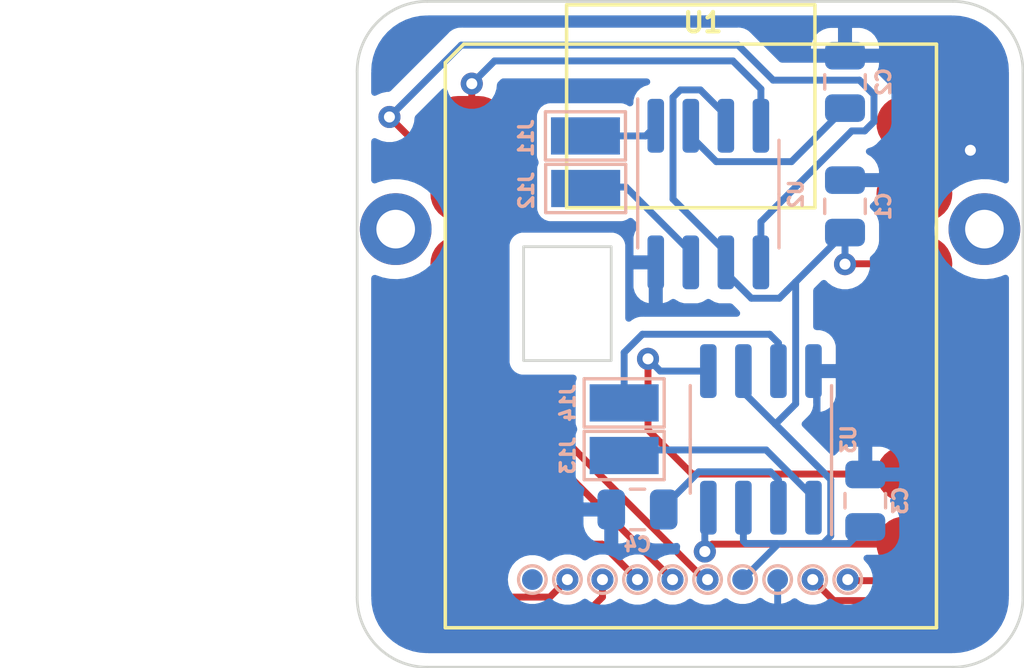
<source format=kicad_pcb>
(kicad_pcb (version 20211014) (generator pcbnew)
  (layers (0 "F.Cu" signal) (31 "B.Cu" signal) (34 "B.Paste" user) (35 "F.Paste" user) (36 "B.SilkS" user "B.Silkscreen") (37 "F.SilkS" user "F.Silkscreen") (38 "B.Mask" user) (39 "F.Mask" user) (44 "Edge.Cuts" user))
  (net 0 "")
  (net 1 "GND")
  (net 2 "VCC")
  (net 3 "Net-(C2-Pad2)")
  (net 4 "Net-(C4-Pad2)")
  (net 5 "Net-(J11-Pad1)")
  (net 6 "D0")
  (net 7 "D1")
  (net 9 "Net-(J12-Pad1)")
  (net 10 "Net-(J13-Pad1)")
  (net 11 "Net-(J14-Pad1)")
  (net 12 "D9")
  (net 13 "D10")
  (net 14 "D7")
  (net 15 "D8")
  (net 16 "D2")
  (net 17 "D3")
  (net 18 "SDA")
  (net 19 "SCL")
  (net 20 "D6")
  (footprint "MountingHole:MountingHole_2.2mm_M2_DIN965_Pad" (layer "F.Cu") (at 128.397 84.45325)
    (fp_text reference "REF**" hide)
    (fp_text value "MountingHole_2.2mm_M2_DIN965_Pad")
    (pad "1" thru_hole circle (at 0 0) (size 2.6 2.6) (drill 1.4) (layers *.Cu *.Mask))
  )
  (footprint "XIAO ESP32:MOUDLE14P-SMD-2.54-21X17.8MM" (layer "F.Cu") (at 130.195 98.74925)
    (fp_text reference "U1" (at 9.3345 -21.7805) (layer "F.SilkS") (effects (font (size 0.7 0.7))))
    (fp_text value "MOUDLE-SEEEDUINO-XIAO-ESP32S3")
    (fp_line (start 0 -20.3285) (end 0 0.15) (layer "F.SilkS") (width 0.127))
    (fp_line (start 0.671541 -21) (end 0 -20.3285) (layer "F.SilkS") (width 0.127))
    (fp_line (start 17.8 -21) (end 0.671541 -21) (layer "F.SilkS") (width 0.127))
    (fp_line (start 4.4 -22.424) (end 13.395 -22.424) (layer "F.SilkS") (width 0.127))
    (fp_line (start 4.396 -15.072) (end 4.396 -22.425) (layer "F.SilkS") (width 0.127))
    (fp_line (start 17.8 0.15) (end 17.8 -21) (layer "F.SilkS") (width 0.127))
    (fp_line (start 13.395 -15.072) (end 4.396 -15.072) (layer "F.SilkS") (width 0.127))
    (fp_line (start 13.395 -22.424) (end 13.395 -15.072) (layer "F.SilkS") (width 0.127))
    (fp_line (start 0 0.15) (end 17.8 0.15) (layer "F.SilkS") (width 0.127))
    (pad "1" smd roundrect (at 0.835 -18.12) (size 2.75 2) (layers "F.Cu" "F.Paste" "F.Mask") (roundrect_rratio 0.5) (net 6 "D0"))
    (pad "2" smd roundrect (at 0.835 -15.58) (size 2.75 2) (layers "F.Cu" "F.Paste" "F.Mask") (roundrect_rratio 0.5) (net 7 "D1"))
    (pad "3" smd roundrect (at 0.835 -13.04) (size 2.75 2) (layers "F.Cu" "F.Paste" "F.Mask") (roundrect_rratio 0.5) (net 16 "D2"))
    (pad "4" smd roundrect (at 0.835 -10.5) (size 2.75 2) (layers "F.Cu" "F.Paste" "F.Mask") (roundrect_rratio 0.5) (net 17 "D3"))
    (pad "5" smd roundrect (at 0.835 -7.96) (size 2.75 2) (layers "F.Cu" "F.Paste" "F.Mask") (roundrect_rratio 0.5) (net 18 "SDA"))
    (pad "6" smd roundrect (at 0.835 -5.42) (size 2.75 2) (layers "F.Cu" "F.Paste" "F.Mask") (roundrect_rratio 0.5) (net 19 "SCL"))
    (pad "7" smd roundrect (at 0.835 -2.88) (size 2.75 2) (layers "F.Cu" "F.Paste" "F.Mask") (roundrect_rratio 0.5) (net 20 "D6"))
    (pad "8" smd roundrect (at 17 -2.88) (size 2.75 2) (layers "F.Cu" "F.Paste" "F.Mask") (roundrect_rratio 0.5) (net 14 "D7"))
    (pad "9" smd roundrect (at 17 -5.42) (size 2.75 2) (layers "F.Cu" "F.Paste" "F.Mask") (roundrect_rratio 0.5) (net 15 "D8"))
    (pad "10" smd roundrect (at 17 -7.96) (size 2.75 2) (layers "F.Cu" "F.Paste" "F.Mask") (roundrect_rratio 0.5) (net 12 "D9"))
    (pad "11" smd roundrect (at 17 -10.5) (size 2.75 2) (layers "F.Cu" "F.Paste" "F.Mask") (roundrect_rratio 0.5) (net 13 "D10"))
    (pad "12" smd roundrect (at 17 -13.04) (size 2.75 2) (layers "F.Cu" "F.Paste" "F.Mask") (roundrect_rratio 0.5) (net 2 "VCC"))
    (pad "13" smd roundrect (at 17 -15.58) (size 2.75 2) (layers "F.Cu" "F.Paste" "F.Mask") (roundrect_rratio 0.5) (net 1 "GND"))
    (pad "14" smd roundrect (at 17 -18.12) (size 2.75 2) (layers "F.Cu" "F.Paste" "F.Mask") (roundrect_rratio 0.5))
  )
  (footprint "" (layer "F.Cu") (at 149.733 84.45325)
    (fp_text reference "" (at 0 0) (layer "F.SilkS") (effects (font (size 1.27 1.27))))
    (fp_text value "" (at 0 0) (layer "F.SilkS") (effects (font (size 1.27 1.27))))
    (pad "1" thru_hole circle (at 0 0) (size 2.6 2.6) (drill 1.4) (layers F&B.Cu *.Mask))
  )
  (footprint "TestPoint:TestPoint_Pad_1.5x1.5mm" (layer "B.Cu") (at 134.7745 81.15125 -90)
    (fp_text reference "J11" (at 0 1.65 -270) (layer "B.SilkS") (effects (font (size 0.5 0.5) (thickness 0.125)) (justify mirror)))
    (fp_text value "Conn_01x01")
    (fp_line (start 0.8 0.95) (end 0.8 -1.95) (layer "B.SilkS") (width 0.12))
    (fp_line (start -0.95 0.95) (end 0.8 0.95) (layer "B.SilkS") (width 0.12))
    (fp_line (start -0.95 -1.95) (end -0.95 0.95) (layer "B.SilkS") (width 0.12))
    (fp_line (start 0.8 -1.95) (end -0.95 -1.95) (layer "B.SilkS") (width 0.12))
    (pad "1" smd rect (at -0.075 -0.5 270) (size 1.35 2.5) (layers "B.Cu" "B.Mask") (net 5 "Net-(J11-Pad1)"))
  )
  (footprint "XIAO ESP32:TestPoint_Pad_D0.75mm" (layer "B.Cu") (at 140.97 97.15325)
    (fp_text reference "J9" hide)
    (fp_text value "Conn_01x01")
    (fp_circle (center 0 0) (end 0.5 0) (layer "B.SilkS") (width 0.12) (fill none))
    (pad "1" smd circle (at 0 0) (size 0.75 0.75) (layers "B.Cu" "B.Mask") (net 2 "VCC"))
  )
  (footprint "XIAO ESP32:TestPoint_Pad_D0.75mm" (layer "B.Cu") (at 133.35 97.15325)
    (fp_text reference "J2" hide)
    (fp_text value "Conn_01x01")
    (fp_circle (center 0 0) (end 0.5 0) (layer "B.SilkS") (width 0.12) (fill none))
    (pad "1" smd circle (at 0 0) (size 0.75 0.75) (layers "B.Cu" "B.Mask"))
  )
  (footprint "XIAO ESP32:TestPoint_Pad_D0.75mm" (layer "B.Cu") (at 139.7 97.15325)
    (fp_text reference "J4" hide)
    (fp_text value "Conn_01x01")
    (fp_circle (center 0 0) (end 0.5 0) (layer "B.SilkS") (width 0.12) (fill none))
    (pad "1" smd circle (at 0 0) (size 0.75 0.75) (layers "B.Cu" "B.Mask") (net 18 "SDA"))
  )
  (footprint "XIAO ESP32:TestPoint_Pad_D0.75mm" (layer "B.Cu") (at 142.24 97.15325)
    (fp_text reference "J10" hide)
    (fp_text value "Conn_01x01")
    (fp_circle (center 0 0) (end 0.5 0) (layer "B.SilkS") (width 0.12) (fill none))
    (pad "1" smd circle (at 0 0) (size 0.75 0.75) (layers "B.Cu" "B.Mask") (net 1 "GND"))
  )
  (footprint "TestPoint:TestPoint_Pad_1.5x1.5mm" (layer "B.Cu") (at 134.7825 83.05625 -90)
    (fp_text reference "J12" (at 0 1.648 -270) (layer "B.SilkS") (effects (font (size 0.5 0.5) (thickness 0.125)) (justify mirror)))
    (fp_text value "Conn_01x01")
    (fp_line (start -0.95 0.95) (end 0.8 0.95) (layer "B.SilkS") (width 0.12))
    (fp_line (start 0.8 -1.95) (end -0.95 -1.95) (layer "B.SilkS") (width 0.12))
    (fp_line (start 0.8 0.95) (end 0.8 -1.95) (layer "B.SilkS") (width 0.12))
    (fp_line (start -0.95 -1.95) (end -0.95 0.95) (layer "B.SilkS") (width 0.12))
    (pad "1" smd rect (at -0.075 -0.5 270) (size 1.35 2.5) (layers "B.Cu" "B.Mask") (net 9 "Net-(J12-Pad1)"))
  )
  (footprint "Capacitor_SMD:C_0805_2012Metric" (layer "B.Cu") (at 144.6805 83.62775 -90)
    (fp_text reference "C1" (at 0 -1.397 90) (layer "B.SilkS") (effects (font (size 0.5 0.5) (thickness 0.125)) (justify mirror)))
    (fp_text value "1u")
    (fp_line (start -0.261252 -0.735) (end 0.261252 -0.735) (layer "B.SilkS") (width 0.12))
    (fp_line (start -0.261252 0.735) (end 0.261252 0.735) (layer "B.SilkS") (width 0.12))
    (pad "1" smd roundrect (at -0.95 0 270) (size 1 1.45) (layers "B.Cu" "B.Paste" "B.Mask") (net 1 "GND"))
    (pad "2" smd roundrect (at 0.95 0 270) (size 1 1.45) (layers "B.Cu" "B.Paste" "B.Mask") (net 2 "VCC"))
  )
  (footprint "XIAO ESP32:TestPoint_Pad_D0.75mm" (layer "B.Cu") (at 138.43 97.15325)
    (fp_text reference "J5" hide)
    (fp_text value "Conn_01x01")
    (fp_circle (center 0 0) (end 0.5 0) (layer "B.SilkS") (width 0.12) (fill none))
    (pad "1" smd circle (at 0 0) (size 0.75 0.75) (layers "B.Cu" "B.Mask") (net 19 "SCL"))
  )
  (footprint "TestPoint:TestPoint_Pad_1.5x1.5mm" (layer "B.Cu") (at 137.177 90.67625 90)
    (fp_text reference "J14" (at -0.075 -2.54 90) (layer "B.SilkS") (effects (font (size 0.5 0.5) (thickness 0.125)) (justify mirror)))
    (fp_text value "Conn_01x01")
    (fp_line (start -0.95 0.95) (end 0.8 0.95) (layer "B.SilkS") (width 0.12))
    (fp_line (start 0.8 -1.95) (end -0.95 -1.95) (layer "B.SilkS") (width 0.12))
    (fp_line (start 0.8 0.95) (end 0.8 -1.95) (layer "B.SilkS") (width 0.12))
    (fp_line (start -0.95 -1.95) (end -0.95 0.95) (layer "B.SilkS") (width 0.12))
    (pad "1" smd rect (at -0.075 -0.5 90) (size 1.35 2.5) (layers "B.Cu" "B.Mask") (net 11 "Net-(J14-Pad1)"))
  )
  (footprint "Capacitor_SMD:C_0805_2012Metric" (layer "B.Cu") (at 137.16 94.61325)
    (fp_text reference "C4" (at 0 1.27) (layer "B.SilkS") (effects (font (size 0.5 0.5) (thickness 0.125)) (justify mirror)))
    (fp_text value "100n")
    (fp_line (start -0.261252 -0.735) (end 0.261252 -0.735) (layer "B.SilkS") (width 0.12))
    (fp_line (start -0.261252 0.735) (end 0.261252 0.735) (layer "B.SilkS") (width 0.12))
    (pad "1" smd roundrect (at -0.95 0) (size 1 1.45) (layers "B.Cu" "B.Paste" "B.Mask") (net 1 "GND"))
    (pad "2" smd roundrect (at 0.95 0) (size 1 1.45) (layers "B.Cu" "B.Paste" "B.Mask") (net 4 "Net-(C4-Pad2)"))
  )
  (footprint "Capacitor_SMD:C_0805_2012Metric" (layer "B.Cu") (at 144.6805 79.11925 -90)
    (fp_text reference "C2" (at 0 -1.397 90) (layer "B.SilkS") (effects (font (size 0.5 0.5) (thickness 0.125)) (justify mirror)))
    (fp_text value "100n")
    (fp_line (start -0.261252 0.735) (end 0.261252 0.735) (layer "B.SilkS") (width 0.12))
    (fp_line (start -0.261252 -0.735) (end 0.261252 -0.735) (layer "B.SilkS") (width 0.12))
    (pad "1" smd roundrect (at -0.95 0 270) (size 1 1.45) (layers "B.Cu" "B.Paste" "B.Mask") (net 1 "GND"))
    (pad "2" smd roundrect (at 0.95 0 270) (size 1 1.45) (layers "B.Cu" "B.Paste" "B.Mask") (net 3 "Net-(C2-Pad2)"))
  )
  (footprint "XIAO ESP32:TestPoint_Pad_D0.75mm" (layer "B.Cu") (at 135.89 97.15325)
    (fp_text reference "J2" hide)
    (fp_text value "Conn_01x01")
    (fp_circle (center 0 0) (end 0.5 0) (layer "B.SilkS") (width 0.12) (fill none))
    (pad "1" smd circle (at 0 0) (size 0.75 0.75) (layers "B.Cu" "B.Mask") (net 16 "D2"))
  )
  (footprint "TestPoint:TestPoint_Pad_1.5x1.5mm" (layer "B.Cu") (at 137.177 92.583 90)
    (fp_text reference "J13" (at -0.075 -2.54 90) (layer "B.SilkS") (effects (font (size 0.5 0.5) (thickness 0.125)) (justify mirror)))
    (fp_text value "Conn_01x01")
    (fp_line (start -0.95 -1.95) (end -0.95 0.95) (layer "B.SilkS") (width 0.12))
    (fp_line (start -0.95 0.95) (end 0.8 0.95) (layer "B.SilkS") (width 0.12))
    (fp_line (start 0.8 0.95) (end 0.8 -1.95) (layer "B.SilkS") (width 0.12))
    (fp_line (start 0.8 -1.95) (end -0.95 -1.95) (layer "B.SilkS") (width 0.12))
    (pad "1" smd rect (at -0.075 -0.5 90) (size 1.35 2.5) (layers "B.Cu" "B.Mask") (net 10 "Net-(J13-Pad1)"))
  )
  (footprint "Package_SO:SOIC-8_3.9x4.9mm_P1.27mm" (layer "B.Cu") (at 141.6325 92.07325 90)
    (fp_text reference "U3" (at 0 3.175 90) (layer "B.SilkS") (effects (font (size 0.5 0.5) (thickness 0.125)) (justify mirror)))
    (fp_text value "ZXBM5210-S")
    (fp_line (start 0 -2.56) (end 1.95 -2.56) (layer "B.SilkS") (width 0.12))
    (fp_line (start 0 2.56) (end -3.45 2.56) (layer "B.SilkS") (width 0.12))
    (fp_line (start 0 -2.56) (end -1.95 -2.56) (layer "B.SilkS") (width 0.12))
    (fp_line (start 0 2.56) (end 1.95 2.56) (layer "B.SilkS") (width 0.12))
    (pad "1" smd roundrect (at -2.475 1.905 90) (size 1.95 0.6) (layers "B.Cu" "B.Paste" "B.Mask") (net 10 "Net-(J13-Pad1)"))
    (pad "2" smd roundrect (at -2.475 0.635 90) (size 1.95 0.6) (layers "B.Cu" "B.Paste" "B.Mask") (net 4 "Net-(C4-Pad2)"))
    (pad "3" smd roundrect (at -2.475 -0.635 90) (size 1.95 0.6) (layers "B.Cu" "B.Paste" "B.Mask") (net 2 "VCC"))
    (pad "4" smd roundrect (at -2.475 -1.905 90) (size 1.95 0.6) (layers "B.Cu" "B.Paste" "B.Mask") (net 14 "D7"))
    (pad "5" smd roundrect (at 2.475 -1.905 90) (size 1.95 0.6) (layers "B.Cu" "B.Paste" "B.Mask") (net 15 "D8"))
    (pad "6" smd roundrect (at 2.475 -0.635 90) (size 1.95 0.6) (layers "B.Cu" "B.Paste" "B.Mask") (net 2 "VCC"))
    (pad "7" smd roundrect (at 2.475 0.635 90) (size 1.95 0.6) (layers "B.Cu" "B.Paste" "B.Mask") (net 11 "Net-(J14-Pad1)"))
    (pad "8" smd roundrect (at 2.475 1.905 90) (size 1.95 0.6) (layers "B.Cu" "B.Paste" "B.Mask") (net 1 "GND"))
  )
  (footprint "Package_SO:SOIC-8_3.9x4.9mm_P1.27mm" (layer "B.Cu") (at 139.7275 83.18325 -90)
    (fp_text reference "U2" (at 0 -3.175 90) (layer "B.SilkS") (effects (font (size 0.5 0.5) (thickness 0.125)) (justify mirror)))
    (fp_text value "ZXBM5210-S")
    (fp_line (start 0 2.56) (end -3.45 2.56) (layer "B.SilkS") (width 0.12))
    (fp_line (start 0 -2.56) (end -1.95 -2.56) (layer "B.SilkS") (width 0.12))
    (fp_line (start 0 2.56) (end 1.95 2.56) (layer "B.SilkS") (width 0.12))
    (fp_line (start 0 -2.56) (end 1.95 -2.56) (layer "B.SilkS") (width 0.12))
    (pad "1" smd roundrect (at -2.475 1.905 270) (size 1.95 0.6) (layers "B.Cu" "B.Paste" "B.Mask") (net 5 "Net-(J11-Pad1)"))
    (pad "2" smd roundrect (at -2.475 0.635 270) (size 1.95 0.6) (layers "B.Cu" "B.Paste" "B.Mask") (net 3 "Net-(C2-Pad2)"))
    (pad "3" smd roundrect (at -2.475 -0.635 270) (size 1.95 0.6) (layers "B.Cu" "B.Paste" "B.Mask") (net 2 "VCC"))
    (pad "4" smd roundrect (at -2.475 -1.905 270) (size 1.95 0.6) (layers "B.Cu" "B.Paste" "B.Mask") (net 6 "D0"))
    (pad "5" smd roundrect (at 2.475 -1.905 270) (size 1.95 0.6) (layers "B.Cu" "B.Paste" "B.Mask") (net 7 "D1"))
    (pad "6" smd roundrect (at 2.475 -0.635 270) (size 1.95 0.6) (layers "B.Cu" "B.Paste" "B.Mask") (net 2 "VCC"))
    (pad "7" smd roundrect (at 2.475 0.635 270) (size 1.95 0.6) (layers "B.Cu" "B.Paste" "B.Mask") (net 9 "Net-(J12-Pad1)"))
    (pad "8" smd roundrect (at 2.475 1.905 270) (size 1.95 0.6) (layers "B.Cu" "B.Paste" "B.Mask") (net 1 "GND"))
  )
  (footprint "XIAO ESP32:TestPoint_Pad_D0.75mm" (layer "B.Cu") (at 134.62 97.15325)
    (fp_text reference "J3" hide)
    (fp_text value "Conn_01x01")
    (fp_circle (center 0 0) (end 0.5 0) (layer "B.SilkS") (width 0.12) (fill none))
    (pad "1" smd circle (at 0 0) (size 0.75 0.75) (layers "B.Cu" "B.Mask") (net 17 "D3"))
  )
  (footprint "XIAO ESP32:TestPoint_Pad_D0.75mm" (layer "B.Cu") (at 143.51 97.15325)
    (fp_text reference "J8" hide)
    (fp_text value "Conn_01x01")
    (fp_circle (center 0 0) (end 0.5 0) (layer "B.SilkS") (width 0.12) (fill none))
    (pad "1" smd circle (at 0 0) (size 0.75 0.75) (layers "B.Cu" "B.Mask") (net 13 "D10"))
  )
  (footprint "Capacitor_SMD:C_0805_2012Metric" (layer "B.Cu") (at 145.415 94.29575 -90)
    (fp_text reference "C3" (at 0 -1.27 -270) (layer "B.SilkS") (effects (font (size 0.5 0.5) (thickness 0.125)) (justify mirror)))
    (fp_text value "1u")
    (fp_line (start -0.261252 0.735) (end 0.261252 0.735) (layer "B.SilkS") (width 0.12))
    (fp_line (start -0.261252 -0.735) (end 0.261252 -0.735) (layer "B.SilkS") (width 0.12))
    (pad "1" smd roundrect (at -0.95 0 270) (size 1 1.45) (layers "B.Cu" "B.Paste" "B.Mask") (net 1 "GND"))
    (pad "2" smd roundrect (at 0.95 0 270) (size 1 1.45) (layers "B.Cu" "B.Paste" "B.Mask") (net 2 "VCC"))
  )
  (footprint "XIAO ESP32:TestPoint_Pad_D0.75mm" (layer "B.Cu") (at 144.78 97.15325)
    (fp_text reference "J7" hide)
    (fp_text value "Conn_01x01")
    (fp_circle (center 0 0) (end 0.5 0) (layer "B.SilkS") (width 0.12) (fill none))
    (pad "1" smd circle (at 0 0) (size 0.75 0.75) (layers "B.Cu" "B.Mask") (net 12 "D9"))
  )
  (footprint "XIAO ESP32:TestPoint_Pad_D0.75mm" (layer "B.Cu") (at 137.16 97.15325)
    (fp_text reference "J6" hide)
    (fp_text value "Conn_01x01")
    (fp_circle (center 0 0) (end 0.5 0) (layer "B.SilkS") (width 0.12) (fill none))
    (pad "1" smd circle (at 0 0) (size 0.75 0.75) (layers "B.Cu" "B.Mask") (net 20 "D6"))
  )
  (gr_line (start 127 97.79) (end 127 78.74) (layer "Edge.Cuts") (width 0.1))
  (gr_arc (start 148.59 76.2) (mid 150.386051 76.943949) (end 151.13 78.74) (layer "Edge.Cuts") (width 0.1))
  (gr_arc (start 129.54 100.33) (mid 127.743949 99.586051) (end 127 97.79) (layer "Edge.Cuts") (width 0.1))
  (gr_rect (start 136.2075 85.09) (end 133.0325 89.2175) (layer "Edge.Cuts") (width 0.1) (fill none))
  (gr_line (start 151.13 78.74) (end 151.13 97.79) (layer "Edge.Cuts") (width 0.1))
  (gr_line (start 148.59 100.33) (end 129.54 100.33) (layer "Edge.Cuts") (width 0.1))
  (gr_arc (start 127 78.74) (mid 127.743949 76.943949) (end 129.54 76.2) (layer "Edge.Cuts") (width 0.1))
  (gr_line (start 129.54 76.2) (end 148.59 76.2) (layer "Edge.Cuts") (width 0.1))
  (gr_arc (start 151.13 97.79) (mid 150.386051 99.586051) (end 148.59 100.33) (layer "Edge.Cuts") (width 0.1))
  (segment (start 147.6515 83.16925) (end 147.195 83.16925) (width 0.25) (layer "F.Cu") (net 1))
  (segment (start 149.225 81.59575) (end 147.6515 83.16925) (width 0.25) (layer "F.Cu") (net 1))
  (via (at 149.225 81.59575) (size 0.8) (drill 0.4) (layers "F.Cu" "B.Cu") (net 1))
  (segment (start 142.24 98.425) (end 142.367 98.552) (width 0.25) (layer "B.Cu") (net 1))
  (segment (start 142.24 97.15325) (end 142.24 98.425) (width 0.25) (layer "B.Cu") (net 1))
  (segment (start 144.6945 85.70925) (end 144.6805 85.72325) (width 0.25) (layer "F.Cu") (net 2))
  (segment (start 147.195 85.70925) (end 144.6945 85.70925) (width 0.25) (layer "F.Cu") (net 2))
  (via (at 144.6805 85.72325) (size 0.8) (drill 0.4) (layers "F.Cu" "B.Cu") (net 2))
  (segment (start 144.8125 95.84825) (end 145.415 95.24575) (width 0.25) (layer "B.Cu") (net 2))
  (segment (start 138.4475 79.67325) (end 138.4475 83.366499) (width 0.25) (layer "B.Cu") (net 2))
  (segment (start 142.157125 91.521125) (end 142.8925 90.78575) (width 0.25) (layer "B.Cu") (net 2))
  (segment (start 142.24 95.88325) (end 140.97 97.15325) (width 0.25) (layer "B.Cu") (net 2))
  (segment (start 142.205 95.84825) (end 142.24 95.88325) (width 0.25) (layer "B.Cu") (net 2))
  (segment (start 139.439251 79.40825) (end 138.7125 79.40825) (width 0.25) (layer "B.Cu") (net 2))
  (segment (start 140.3625 85.21525) (end 140.3625 85.65825) (width 0.25) (layer "B.Cu") (net 2))
  (segment (start 143.884251 95.84825) (end 144.8125 95.84825) (width 0.25) (layer "B.Cu") (net 2))
  (segment (start 141.285749 86.95825) (end 142.3 86.95825) (width 0.25) (layer "B.Cu") (net 2))
  (segment (start 141.0895 95.84825) (end 140.9975 95.75625) (width 0.25) (layer "B.Cu") (net 2))
  (segment (start 140.3625 85.281499) (end 140.3625 85.65825) (width 0.25) (layer "B.Cu") (net 2))
  (segment (start 142.8925 86.37575) (end 142.8875 86.37075) (width 0.25) (layer "B.Cu") (net 2))
  (segment (start 140.3625 86.035001) (end 141.285749 86.95825) (width 0.25) (layer "B.Cu") (net 2))
  (segment (start 144.1625 93.526499) (end 144.1625 95.570001) (width 0.25) (layer "B.Cu") (net 2))
  (segment (start 142.8875 86.37075) (end 144.6805 84.57775) (width 0.25) (layer "B.Cu") (net 2))
  (segment (start 142.8925 90.78575) (end 142.8925 86.37575) (width 0.25) (layer "B.Cu") (net 2))
  (segment (start 140.9975 89.59825) (end 140.9975 89.221499) (width 0.25) (layer "B.Cu") (net 2))
  (segment (start 144.6805 85.72325) (end 144.6805 84.57775) (width 0.25) (layer "B.Cu") (net 2))
  (segment (start 138.7125 79.40825) (end 138.4475 79.67325) (width 0.25) (layer "B.Cu") (net 2))
  (segment (start 140.9975 89.59825) (end 140.9975 90.3615) (width 0.25) (layer "B.Cu") (net 2))
  (segment (start 144.1625 95.570001) (end 143.884251 95.84825) (width 0.25) (layer "B.Cu") (net 2))
  (segment (start 143.884251 95.84825) (end 141.0895 95.84825) (width 0.25) (layer "B.Cu") (net 2))
  (segment (start 140.9975 95.75625) (end 140.9975 94.54825) (width 0.25) (layer "B.Cu") (net 2))
  (segment (start 141.0895 95.84825) (end 142.205 95.84825) (width 0.25) (layer "B.Cu") (net 2))
  (segment (start 142.157125 91.521125) (end 144.1625 93.526499) (width 0.25) (layer "B.Cu") (net 2))
  (segment (start 140.3625 80.331499) (end 139.439251 79.40825) (width 0.25) (layer "B.Cu") (net 2))
  (segment (start 142.3 86.95825) (end 142.57 86.68825) (width 0.25) (layer "B.Cu") (net 2))
  (segment (start 140.9975 90.3615) (end 142.157125 91.521125) (width 0.25) (layer "B.Cu") (net 2))
  (segment (start 138.4475 83.366499) (end 140.3625 85.281499) (width 0.25) (layer "B.Cu") (net 2))
  (segment (start 140.3625 85.65825) (end 140.3625 86.035001) (width 0.25) (layer "B.Cu") (net 2))
  (segment (start 142.57 86.68825) (end 142.8875 86.37075) (width 0.25) (layer "B.Cu") (net 2))
  (segment (start 140.3625 80.70825) (end 140.3625 80.331499) (width 0.25) (layer "B.Cu") (net 2))
  (segment (start 139.0925 80.70825) (end 139.0925 81.085001) (width 0.25) (layer "B.Cu") (net 3))
  (segment (start 142.7415 82.00825) (end 144.6805 80.06925) (width 0.25) (layer "B.Cu") (net 3))
  (segment (start 139.0925 81.085001) (end 140.015749 82.00825) (width 0.25) (layer "B.Cu") (net 3))
  (segment (start 140.015749 82.00825) (end 142.7415 82.00825) (width 0.25) (layer "B.Cu") (net 3))
  (segment (start 141.977855 93.24825) (end 142.2675 93.537895) (width 0.25) (layer "B.Cu") (net 4))
  (segment (start 142.2675 93.537895) (end 142.2675 94.54825) (width 0.25) (layer "B.Cu") (net 4))
  (segment (start 139.380749 93.24825) (end 141.977855 93.24825) (width 0.25) (layer "B.Cu") (net 4))
  (segment (start 138.203749 94.42525) (end 139.380749 93.24825) (width 0.25) (layer "B.Cu") (net 4))
  (segment (start 135.2745 81.07625) (end 137.4545 81.07625) (width 0.25) (layer "B.Cu") (net 5))
  (segment (start 137.4545 81.07625) (end 137.8225 80.70825) (width 0.25) (layer "B.Cu") (net 5))
  (segment (start 131.155 80.50425) (end 131.03 80.62925) (width 0.25) (layer "F.Cu") (net 6))
  (segment (start 131.155 79.18275) (end 131.155 80.50425) (width 0.25) (layer "F.Cu") (net 6))
  (via (at 131.155 79.18275) (size 0.8) (drill 0.4) (layers "F.Cu" "B.Cu") (net 6))
  (segment (start 141.6325 79.37325) (end 140.6165 78.35725) (width 0.25) (layer "B.Cu") (net 6))
  (segment (start 140.6165 78.35725) (end 131.9805 78.35725) (width 0.25) (layer "B.Cu") (net 6))
  (segment (start 131.9805 78.35725) (end 131.155 79.18275) (width 0.25) (layer "B.Cu") (net 6))
  (segment (start 141.6325 80.70825) (end 141.6325 79.37325) (width 0.25) (layer "B.Cu") (net 6))
  (segment (start 128.1705 80.38925) (end 130.9505 83.16925) (width 0.25) (layer "F.Cu") (net 7))
  (segment (start 130.9505 83.16925) (end 131.03 83.16925) (width 0.25) (layer "F.Cu") (net 7))
  (via (at 128.1705 80.38925) (size 0.8) (drill 0.4) (layers "F.Cu" "B.Cu") (net 7))
  (segment (start 145.7305 80.557423) (end 145.7305 79.581077) (width 0.25) (layer "B.Cu") (net 7))
  (segment (start 145.7305 79.581077) (end 145.204475 79.055052) (width 0.25) (layer "B.Cu") (net 7))
  (segment (start 130.774 77.78575) (end 128.1705 80.38925) (width 0.25) (layer "B.Cu") (net 7))
  (segment (start 141.6325 84.187577) (end 144.925827 80.89425) (width 0.25) (layer "B.Cu") (net 7))
  (segment (start 144.925827 80.89425) (end 145.393673 80.89425) (width 0.25) (layer "B.Cu") (net 7))
  (segment (start 140.807 77.78575) (end 130.774 77.78575) (width 0.25) (layer "B.Cu") (net 7))
  (segment (start 145.393673 80.89425) (end 145.7305 80.557423) (width 0.25) (layer "B.Cu") (net 7))
  (segment (start 145.204475 79.055052) (end 142.076302 79.055052) (width 0.25) (layer "B.Cu") (net 7))
  (segment (start 142.076302 79.055052) (end 140.807 77.78575) (width 0.25) (layer "B.Cu") (net 7))
  (segment (start 141.6325 85.65825) (end 141.6325 84.187577) (width 0.25) (layer "B.Cu") (net 7))
  (segment (start 139.0925 85.281499) (end 136.740251 82.92925) (width 0.25) (layer "B.Cu") (net 9))
  (segment (start 139.0925 85.65825) (end 139.0925 85.281499) (width 0.25) (layer "B.Cu") (net 9))
  (segment (start 136.740251 82.92925) (end 135.2825 82.92925) (width 0.25) (layer "B.Cu") (net 9))
  (segment (start 143.5375 94.54825) (end 143.5375 94.171499) (width 0.25) (layer "B.Cu") (net 10))
  (segment (start 143.5375 94.171499) (end 141.822001 92.456) (width 0.25) (layer "B.Cu") (net 10))
  (segment (start 136.879 92.456) (end 136.60375 92.73125) (width 0.25) (layer "B.Cu") (net 10))
  (segment (start 141.822001 92.456) (end 136.879 92.456) (width 0.25) (layer "B.Cu") (net 10))
  (segment (start 142.2675 88.58075) (end 141.95 88.26325) (width 0.25) (layer "B.Cu") (net 11))
  (segment (start 137.338527 88.26325) (end 136.677 88.924777) (width 0.25) (layer "B.Cu") (net 11))
  (segment (start 136.677 88.924777) (end 136.677 90.87825) (width 0.25) (layer "B.Cu") (net 11))
  (segment (start 142.2675 89.59825) (end 142.2675 88.58075) (width 0.25) (layer "B.Cu") (net 11))
  (segment (start 141.95 88.26325) (end 137.338527 88.26325) (width 0.25) (layer "B.Cu") (net 11))
  (segment (start 144.821001 97.194251) (end 148.118833 97.19425) (width 0.25) (layer "F.Cu") (net 12))
  (segment (start 144.78 97.15325) (end 144.821001 97.194251) (width 0.25) (layer "F.Cu") (net 12))
  (segment (start 148.895 92.48925) (end 147.195 90.78925) (width 0.25) (layer "F.Cu") (net 12))
  (segment (start 148.118833 97.19425) (end 148.895 96.418083) (width 0.25) (layer "F.Cu") (net 12))
  (segment (start 148.895 96.418083) (end 148.895 92.48925) (width 0.25) (layer "F.Cu") (net 12))
  (via (at 144.78 97.15325) (size 0.8) (drill 0.4) (layers "F.Cu" "B.Cu") (net 12))
  (segment (start 143.51 97.15325) (end 144.272 97.91525) (width 0.25) (layer "F.Cu") (net 13))
  (segment (start 149.345 90.39925) (end 147.195 88.24925) (width 0.25) (layer "F.Cu") (net 13))
  (segment (start 144.272 97.91525) (end 148.069902 97.91525) (width 0.25) (layer "F.Cu") (net 13))
  (segment (start 148.069902 97.91525) (end 149.345 96.640152) (width 0.25) (layer "F.Cu") (net 13))
  (segment (start 149.345 96.640152) (end 149.345 90.39925) (width 0.25) (layer "F.Cu") (net 13))
  (via (at 143.51 97.15325) (size 0.8) (drill 0.4) (layers "F.Cu" "B.Cu") (net 13))
  (segment (start 139.8685 95.86925) (end 139.6005 96.13725) (width 0.25) (layer "F.Cu") (net 14))
  (segment (start 147.195 95.86925) (end 139.8685 95.86925) (width 0.25) (layer "F.Cu") (net 14))
  (via (at 139.6005 96.13725) (size 0.8) (drill 0.4) (layers "F.Cu" "B.Cu") (net 14))
  (segment (start 139.6005 94.67525) (end 139.7275 94.54825) (width 0.25) (layer "B.Cu") (net 14))
  (segment (start 139.6005 96.13725) (end 139.6005 94.67525) (width 0.25) (layer "B.Cu") (net 14))
  (segment (start 137.541 89.154) (end 137.541 91.730028) (width 0.25) (layer "F.Cu") (net 15))
  (segment (start 137.541 91.730028) (end 139.140222 93.32925) (width 0.25) (layer "F.Cu") (net 15))
  (segment (start 139.140222 93.32925) (end 147.195 93.32925) (width 0.25) (layer "F.Cu") (net 15))
  (via (at 137.541 89.154) (size 0.8) (drill 0.4) (layers "F.Cu" "B.Cu") (net 15))
  (segment (start 137.541 89.154) (end 137.98525 89.59825) (width 0.25) (layer "B.Cu") (net 15))
  (segment (start 137.98525 89.59825) (end 139.7275 89.59825) (width 0.25) (layer "B.Cu") (net 15))
  (segment (start 128.879999 87.859251) (end 131.03 85.70925) (width 0.25) (layer "F.Cu") (net 16))
  (segment (start 135.89 97.15325) (end 135.89 97.78825) (width 0.25) (layer "F.Cu") (net 16))
  (segment (start 135.89 97.78825) (end 135.255 98.42325) (width 0.25) (layer "F.Cu") (net 16))
  (segment (start 130.698769 98.42325) (end 128.879999 96.60448) (width 0.25) (layer "F.Cu") (net 16))
  (segment (start 128.879999 96.60448) (end 128.879999 87.859251) (width 0.25) (layer "F.Cu") (net 16))
  (segment (start 135.255 98.42325) (end 130.698769 98.42325) (width 0.25) (layer "F.Cu") (net 16))
  (via (at 135.89 97.15325) (size 0.8) (drill 0.4) (layers "F.Cu" "B.Cu") (net 16))
  (segment (start 134.62 97.15325) (end 133.985 97.78825) (width 0.25) (layer "F.Cu") (net 17))
  (segment (start 129.329999 89.949251) (end 131.03 88.24925) (width 0.25) (layer "F.Cu") (net 17))
  (segment (start 133.985 97.78825) (end 130.700165 97.78825) (width 0.25) (layer "F.Cu") (net 17))
  (segment (start 129.329999 96.418084) (end 129.329999 89.949251) (width 0.25) (layer "F.Cu") (net 17))
  (segment (start 130.700165 97.78825) (end 129.329999 96.418084) (width 0.25) (layer "F.Cu") (net 17))
  (via (at 134.62 97.15325) (size 0.8) (drill 0.4) (layers "F.Cu" "B.Cu") (net 17))
  (segment (start 133.227195 90.78925) (end 131.03 90.78925) (width 0.25) (layer "F.Cu") (net 18))
  (segment (start 139.7 97.15325) (end 139.591195 97.15325) (width 0.25) (layer "F.Cu") (net 18))
  (segment (start 139.591195 97.15325) (end 133.227195 90.78925) (width 0.25) (layer "F.Cu") (net 18))
  (via (at 139.7 97.15325) (size 0.8) (drill 0.4) (layers "F.Cu" "B.Cu") (net 18))
  (segment (start 134.606 93.32925) (end 131.03 93.32925) (width 0.25) (layer "F.Cu") (net 19))
  (segment (start 138.43 97.15325) (end 134.606 93.32925) (width 0.25) (layer "F.Cu") (net 19))
  (via (at 138.43 97.15325) (size 0.8) (drill 0.4) (layers "F.Cu" "B.Cu") (net 19))
  (segment (start 137.16 97.15325) (end 135.876 95.86925) (width 0.25) (layer "F.Cu") (net 20))
  (segment (start 135.876 95.86925) (end 131.03 95.86925) (width 0.25) (layer "F.Cu") (net 20))
  (via (at 137.16 97.15325) (size 0.8) (drill 0.4) (layers "F.Cu" "B.Cu") (net 20))
  (zone (net 1) (net_name "GND") (layer "B.Cu") (connect_pads (clearance 0.508)) (min_thickness 0.254) (fill yes (thermal_gap 0.508) (thermal_bridge_width 0.508))
    (polygon (pts (xy 150.8125 100.01075) (xy 127.3175 100.01075) (xy 127.3175 76.51575) (xy 150.8125 76.51575)))
  )
)
</source>
